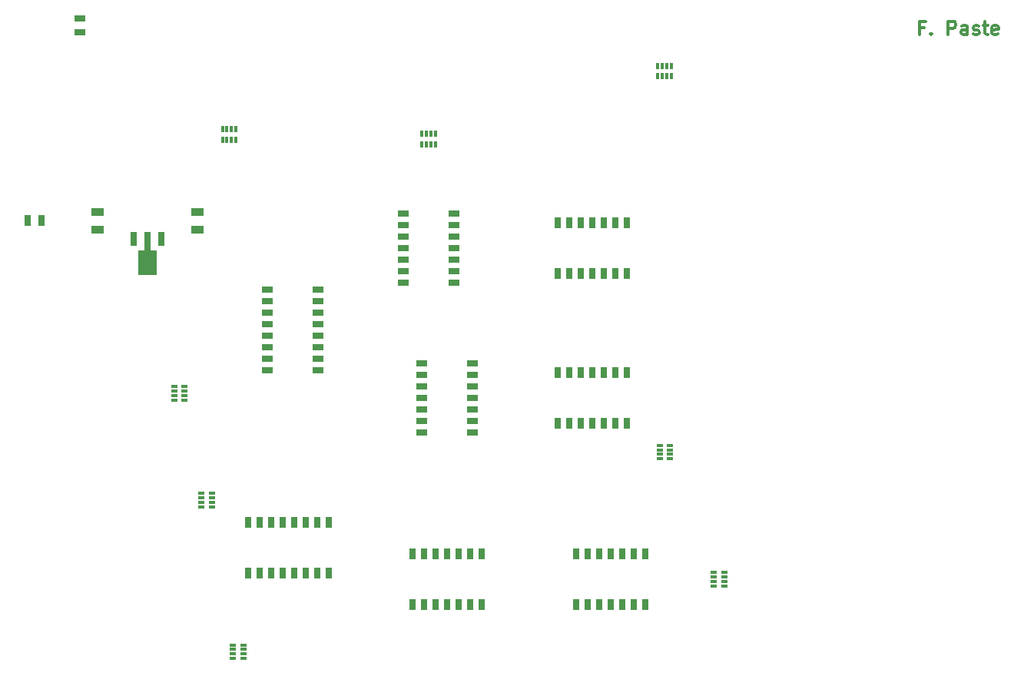
<source format=gtp>
G04 (created by PCBNEW (2013-07-07 BZR 4022)-stable) date 9/18/2013 12:24:05*
%MOIN*%
G04 Gerber Fmt 3.4, Leading zero omitted, Abs format*
%FSLAX34Y34*%
G01*
G70*
G90*
G04 APERTURE LIST*
%ADD10C,0.00590551*%
%ADD11C,0.011811*%
%ADD12R,0.0256X0.0118*%
%ADD13R,0.0118X0.0256*%
%ADD14R,0.05X0.025*%
%ADD15R,0.025X0.05*%
%ADD16R,0.055X0.035*%
%ADD17R,0.045X0.025*%
%ADD18R,0.025X0.045*%
%ADD19R,0.0276X0.063*%
%ADD20R,0.0276X0.0827*%
%ADD21R,0.0787X0.1083*%
G04 APERTURE END LIST*
G54D10*
G54D11*
X51408Y-12291D02*
X51212Y-12291D01*
X51212Y-12601D02*
X51212Y-12010D01*
X51493Y-12010D01*
X51718Y-12544D02*
X51746Y-12573D01*
X51718Y-12601D01*
X51690Y-12573D01*
X51718Y-12544D01*
X51718Y-12601D01*
X52449Y-12601D02*
X52449Y-12010D01*
X52674Y-12010D01*
X52730Y-12038D01*
X52758Y-12066D01*
X52786Y-12123D01*
X52786Y-12207D01*
X52758Y-12263D01*
X52730Y-12291D01*
X52674Y-12320D01*
X52449Y-12320D01*
X53293Y-12601D02*
X53293Y-12291D01*
X53264Y-12235D01*
X53208Y-12207D01*
X53096Y-12207D01*
X53039Y-12235D01*
X53293Y-12573D02*
X53236Y-12601D01*
X53096Y-12601D01*
X53039Y-12573D01*
X53011Y-12516D01*
X53011Y-12460D01*
X53039Y-12404D01*
X53096Y-12376D01*
X53236Y-12376D01*
X53293Y-12348D01*
X53546Y-12573D02*
X53602Y-12601D01*
X53714Y-12601D01*
X53771Y-12573D01*
X53799Y-12516D01*
X53799Y-12488D01*
X53771Y-12432D01*
X53714Y-12404D01*
X53630Y-12404D01*
X53574Y-12376D01*
X53546Y-12320D01*
X53546Y-12291D01*
X53574Y-12235D01*
X53630Y-12207D01*
X53714Y-12207D01*
X53771Y-12235D01*
X53967Y-12207D02*
X54192Y-12207D01*
X54052Y-12010D02*
X54052Y-12516D01*
X54080Y-12573D01*
X54136Y-12601D01*
X54192Y-12601D01*
X54614Y-12573D02*
X54558Y-12601D01*
X54446Y-12601D01*
X54389Y-12573D01*
X54361Y-12516D01*
X54361Y-12291D01*
X54389Y-12235D01*
X54446Y-12207D01*
X54558Y-12207D01*
X54614Y-12235D01*
X54642Y-12291D01*
X54642Y-12348D01*
X54361Y-12404D01*
G54D12*
X21425Y-39075D03*
X21425Y-39272D03*
X21425Y-39469D03*
X21425Y-39666D03*
X21878Y-39666D03*
X21878Y-39469D03*
X21878Y-39272D03*
X21878Y-39075D03*
X19322Y-28444D03*
X19322Y-28247D03*
X19322Y-28050D03*
X19322Y-27853D03*
X18869Y-27853D03*
X18869Y-28050D03*
X18869Y-28247D03*
X18869Y-28444D03*
G54D13*
X29626Y-17353D03*
X29823Y-17353D03*
X30020Y-17353D03*
X30217Y-17353D03*
X30217Y-16900D03*
X30020Y-16900D03*
X29823Y-16900D03*
X29626Y-16900D03*
G54D12*
X42291Y-35925D03*
X42291Y-36122D03*
X42291Y-36319D03*
X42291Y-36516D03*
X42744Y-36516D03*
X42744Y-36319D03*
X42744Y-36122D03*
X42744Y-35925D03*
G54D13*
X21554Y-16701D03*
X21357Y-16701D03*
X21160Y-16701D03*
X20963Y-16701D03*
X20963Y-17154D03*
X21160Y-17154D03*
X21357Y-17154D03*
X21554Y-17154D03*
G54D14*
X22915Y-23643D03*
X22915Y-24143D03*
X22915Y-24643D03*
X22915Y-25143D03*
X22915Y-25643D03*
X22915Y-26143D03*
X22915Y-26643D03*
X22915Y-27143D03*
X25115Y-27143D03*
X25115Y-26643D03*
X25115Y-26143D03*
X25115Y-25643D03*
X25115Y-25143D03*
X25115Y-24643D03*
X25115Y-24143D03*
X25115Y-23643D03*
G54D15*
X36295Y-37320D03*
X36795Y-37320D03*
X37295Y-37320D03*
X37795Y-37320D03*
X38295Y-37320D03*
X38795Y-37320D03*
X39295Y-37320D03*
X39295Y-35120D03*
X38795Y-35120D03*
X38295Y-35120D03*
X37795Y-35120D03*
X37295Y-35120D03*
X36795Y-35120D03*
X36295Y-35120D03*
X32208Y-35120D03*
X31708Y-35120D03*
X31208Y-35120D03*
X30708Y-35120D03*
X30208Y-35120D03*
X29708Y-35120D03*
X29208Y-35120D03*
X29208Y-37320D03*
X29708Y-37320D03*
X30208Y-37320D03*
X30708Y-37320D03*
X31208Y-37320D03*
X31708Y-37320D03*
X32208Y-37320D03*
X35507Y-29446D03*
X36007Y-29446D03*
X36507Y-29446D03*
X37007Y-29446D03*
X37507Y-29446D03*
X38007Y-29446D03*
X38507Y-29446D03*
X38507Y-27246D03*
X38007Y-27246D03*
X37507Y-27246D03*
X37007Y-27246D03*
X36507Y-27246D03*
X36007Y-27246D03*
X35507Y-27246D03*
G54D14*
X28821Y-20350D03*
X28821Y-20850D03*
X28821Y-21350D03*
X28821Y-21850D03*
X28821Y-22350D03*
X28821Y-22850D03*
X28821Y-23350D03*
X31021Y-23350D03*
X31021Y-22850D03*
X31021Y-22350D03*
X31021Y-21850D03*
X31021Y-21350D03*
X31021Y-20850D03*
X31021Y-20350D03*
X31808Y-29846D03*
X31808Y-29346D03*
X31808Y-28846D03*
X31808Y-28346D03*
X31808Y-27846D03*
X31808Y-27346D03*
X31808Y-26846D03*
X29608Y-26846D03*
X29608Y-27346D03*
X29608Y-27846D03*
X29608Y-28346D03*
X29608Y-28846D03*
X29608Y-29346D03*
X29608Y-29846D03*
G54D15*
X35507Y-22950D03*
X36007Y-22950D03*
X36507Y-22950D03*
X37007Y-22950D03*
X37507Y-22950D03*
X38007Y-22950D03*
X38507Y-22950D03*
X38507Y-20750D03*
X38007Y-20750D03*
X37507Y-20750D03*
X37007Y-20750D03*
X36507Y-20750D03*
X36007Y-20750D03*
X35507Y-20750D03*
G54D13*
X40452Y-13945D03*
X40255Y-13945D03*
X40058Y-13945D03*
X39861Y-13945D03*
X39861Y-14398D03*
X40058Y-14398D03*
X40255Y-14398D03*
X40452Y-14398D03*
G54D12*
X20047Y-32500D03*
X20047Y-32697D03*
X20047Y-32894D03*
X20047Y-33091D03*
X20500Y-33091D03*
X20500Y-32894D03*
X20500Y-32697D03*
X20500Y-32500D03*
G54D15*
X22068Y-35942D03*
X22568Y-35942D03*
X23068Y-35942D03*
X23568Y-35942D03*
X24068Y-35942D03*
X24568Y-35942D03*
X25068Y-35942D03*
X25568Y-35942D03*
X25568Y-33742D03*
X25068Y-33742D03*
X24568Y-33742D03*
X24068Y-33742D03*
X23568Y-33742D03*
X23068Y-33742D03*
X22568Y-33742D03*
X22068Y-33742D03*
G54D16*
X15551Y-21044D03*
X15551Y-20294D03*
X19881Y-20294D03*
X19881Y-21044D03*
G54D17*
X14763Y-12504D03*
X14763Y-11904D03*
G54D18*
X13095Y-20669D03*
X12495Y-20669D03*
G54D12*
X39929Y-30413D03*
X39929Y-30610D03*
X39929Y-30807D03*
X39929Y-31004D03*
X40382Y-31004D03*
X40382Y-30807D03*
X40382Y-30610D03*
X40382Y-30413D03*
G54D19*
X18307Y-21456D03*
G54D20*
X17716Y-21554D03*
G54D19*
X17125Y-21456D03*
G54D21*
X17716Y-22499D03*
M02*

</source>
